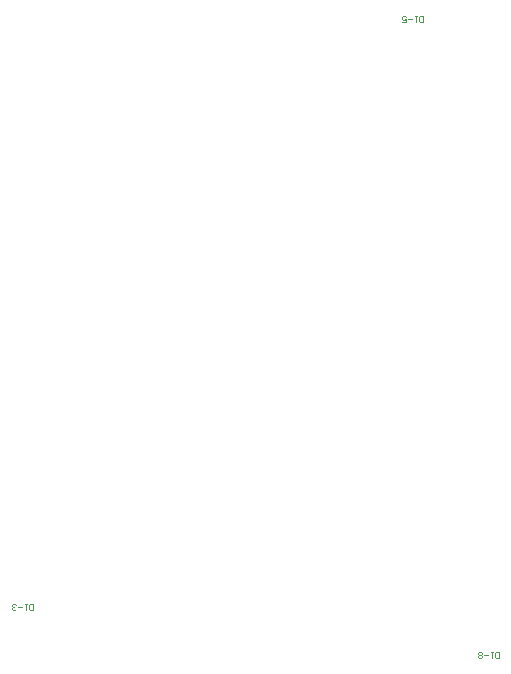
<source format=gbr>
%TF.GenerationSoftware,Altium Limited,Altium Designer,24.4.1 (13)*%
G04 Layer_Color=32896*
%FSLAX45Y45*%
%MOMM*%
%TF.SameCoordinates,7BA59CB3-8EBC-4C6A-B4C6-80429C3BB8AE*%
%TF.FilePolarity,Positive*%
%TF.FileFunction,Other,Top_Designator*%
%TF.Part,Single*%
G01*
G75*
%TA.AperFunction,NonConductor*%
%ADD166C,0.05000*%
D166*
X9388952Y3099208D02*
Y3149191D01*
X9363960D01*
X9355629Y3140861D01*
Y3107538D01*
X9363960Y3099208D01*
X9388952D01*
X9338968Y3149191D02*
X9322307D01*
X9330637D01*
Y3099208D01*
X9338968Y3107538D01*
X9297315Y3124199D02*
X9263992D01*
X9247331Y3107538D02*
X9239000Y3099208D01*
X9222339D01*
X9214008Y3107538D01*
Y3115869D01*
X9222339Y3124199D01*
X9214008Y3132530D01*
Y3140861D01*
X9222339Y3149191D01*
X9239000D01*
X9247331Y3140861D01*
Y3132530D01*
X9239000Y3124199D01*
X9247331Y3115869D01*
Y3107538D01*
X9239000Y3124199D02*
X9222339D01*
X8748872Y8484008D02*
Y8533991D01*
X8723880D01*
X8715549Y8525661D01*
Y8492338D01*
X8723880Y8484008D01*
X8748872D01*
X8698888Y8533991D02*
X8682227D01*
X8690557D01*
Y8484008D01*
X8698888Y8492338D01*
X8657235Y8508999D02*
X8623912D01*
X8573928Y8484008D02*
X8607251D01*
Y8508999D01*
X8590590Y8500669D01*
X8582259D01*
X8573928Y8508999D01*
Y8525661D01*
X8582259Y8533991D01*
X8598920D01*
X8607251Y8525661D01*
X5446872Y3505608D02*
Y3555591D01*
X5421880D01*
X5413549Y3547261D01*
Y3513938D01*
X5421880Y3505608D01*
X5446872D01*
X5396888Y3555591D02*
X5380227D01*
X5388557D01*
Y3505608D01*
X5396888Y3513938D01*
X5355235Y3530599D02*
X5321912D01*
X5305251Y3513938D02*
X5296920Y3505608D01*
X5280259D01*
X5271928Y3513938D01*
Y3522269D01*
X5280259Y3530599D01*
X5288590D01*
X5280259D01*
X5271928Y3538930D01*
Y3547261D01*
X5280259Y3555591D01*
X5296920D01*
X5305251Y3547261D01*
%TF.MD5,c8c7490777c127ed109b60968629c7af*%
M02*

</source>
